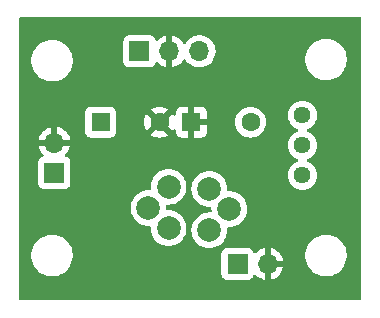
<source format=gbr>
G04 #@! TF.GenerationSoftware,KiCad,Pcbnew,(6.0.4)*
G04 #@! TF.CreationDate,2022-04-19T23:10:38+02:00*
G04 #@! TF.ProjectId,Wt_rnik_oscyloskopowy_JFET,5774f372-6e69-46b5-9f6f-7363796c6f73,rev?*
G04 #@! TF.SameCoordinates,Original*
G04 #@! TF.FileFunction,Copper,L1,Top*
G04 #@! TF.FilePolarity,Positive*
%FSLAX46Y46*%
G04 Gerber Fmt 4.6, Leading zero omitted, Abs format (unit mm)*
G04 Created by KiCad (PCBNEW (6.0.4)) date 2022-04-19 23:10:38*
%MOMM*%
%LPD*%
G01*
G04 APERTURE LIST*
G04 #@! TA.AperFunction,ComponentPad*
%ADD10R,1.700000X1.700000*%
G04 #@! TD*
G04 #@! TA.AperFunction,ComponentPad*
%ADD11O,1.700000X1.700000*%
G04 #@! TD*
G04 #@! TA.AperFunction,ComponentPad*
%ADD12C,1.440000*%
G04 #@! TD*
G04 #@! TA.AperFunction,ComponentPad*
%ADD13R,1.600000X1.600000*%
G04 #@! TD*
G04 #@! TA.AperFunction,ComponentPad*
%ADD14C,1.600000*%
G04 #@! TD*
G04 #@! TA.AperFunction,ComponentPad*
%ADD15C,2.000000*%
G04 #@! TD*
G04 APERTURE END LIST*
D10*
G04 #@! TO.P,J1,1,Pin_1*
G04 #@! TO.N,+15V*
X110600000Y-72400000D03*
D11*
G04 #@! TO.P,J1,2,Pin_2*
G04 #@! TO.N,GND*
X113140000Y-72400000D03*
G04 #@! TO.P,J1,3,Pin_3*
G04 #@! TO.N,-15V*
X115680000Y-72400000D03*
G04 #@! TD*
D12*
G04 #@! TO.P,RV1,1,1*
G04 #@! TO.N,Net-(R3-Pad2)*
X124400000Y-82900000D03*
G04 #@! TO.P,RV1,2,2*
G04 #@! TO.N,-15V*
X124400000Y-80360000D03*
G04 #@! TO.P,RV1,3,3*
X124400000Y-77820000D03*
G04 #@! TD*
D13*
G04 #@! TO.P,C4,1*
G04 #@! TO.N,GND*
X115000000Y-78400000D03*
D14*
G04 #@! TO.P,C4,2*
G04 #@! TO.N,-15V*
X120000000Y-78400000D03*
G04 #@! TD*
D13*
G04 #@! TO.P,C1,1*
G04 #@! TO.N,+15V*
X107300000Y-78400000D03*
D14*
G04 #@! TO.P,C1,2*
G04 #@! TO.N,GND*
X112300000Y-78400000D03*
G04 #@! TD*
D15*
G04 #@! TO.P,Q1,1,G*
G04 #@! TO.N,Net-(J2-Pad1)*
X113060000Y-87370000D03*
G04 #@! TO.P,Q1,2,S*
G04 #@! TO.N,Net-(Q1-Pad2)*
X111360000Y-85670000D03*
G04 #@! TO.P,Q1,3,D*
G04 #@! TO.N,+15V*
X113060000Y-83870000D03*
G04 #@! TD*
D10*
G04 #@! TO.P,J2,1,Pin_1*
G04 #@! TO.N,Net-(J2-Pad1)*
X103400000Y-82675000D03*
D11*
G04 #@! TO.P,J2,2,Pin_2*
G04 #@! TO.N,GND*
X103400000Y-80135000D03*
G04 #@! TD*
D15*
G04 #@! TO.P,Q2,1,G*
G04 #@! TO.N,-15V*
X116500000Y-84050000D03*
G04 #@! TO.P,Q2,2,S*
G04 #@! TO.N,Net-(Q2-Pad2)*
X118200000Y-85750000D03*
G04 #@! TO.P,Q2,3,D*
G04 #@! TO.N,Net-(J3-Pad1)*
X116500000Y-87550000D03*
G04 #@! TD*
D10*
G04 #@! TO.P,J3,1,Pin_1*
G04 #@! TO.N,Net-(J3-Pad1)*
X118900000Y-90400000D03*
D11*
G04 #@! TO.P,J3,2,Pin_2*
G04 #@! TO.N,GND*
X121440000Y-90400000D03*
G04 #@! TD*
G04 #@! TA.AperFunction,Conductor*
G04 #@! TO.N,GND*
G36*
X129333621Y-69528502D02*
G01*
X129380114Y-69582158D01*
X129391500Y-69634500D01*
X129391500Y-93365500D01*
X129371498Y-93433621D01*
X129317842Y-93480114D01*
X129265500Y-93491500D01*
X100534500Y-93491500D01*
X100466379Y-93471498D01*
X100419886Y-93417842D01*
X100408500Y-93365500D01*
X100408500Y-89807655D01*
X101439858Y-89807655D01*
X101475104Y-90066638D01*
X101476412Y-90071124D01*
X101476412Y-90071126D01*
X101492956Y-90127885D01*
X101548243Y-90317567D01*
X101657668Y-90554928D01*
X101660231Y-90558837D01*
X101798410Y-90769596D01*
X101798414Y-90769601D01*
X101800976Y-90773509D01*
X101975018Y-90968506D01*
X102175970Y-91135637D01*
X102179973Y-91138066D01*
X102395422Y-91268804D01*
X102395426Y-91268806D01*
X102399419Y-91271229D01*
X102640455Y-91372303D01*
X102893783Y-91436641D01*
X102898434Y-91437109D01*
X102898438Y-91437110D01*
X103091308Y-91456531D01*
X103110867Y-91458500D01*
X103266354Y-91458500D01*
X103268679Y-91458327D01*
X103268685Y-91458327D01*
X103456000Y-91444407D01*
X103456004Y-91444406D01*
X103460652Y-91444061D01*
X103465200Y-91443032D01*
X103465206Y-91443031D01*
X103651601Y-91400853D01*
X103715577Y-91386377D01*
X103751769Y-91372303D01*
X103942496Y-91298134D01*
X117541500Y-91298134D01*
X117548255Y-91360316D01*
X117599385Y-91496705D01*
X117686739Y-91613261D01*
X117803295Y-91700615D01*
X117939684Y-91751745D01*
X118001866Y-91758500D01*
X119798134Y-91758500D01*
X119860316Y-91751745D01*
X119996705Y-91700615D01*
X120113261Y-91613261D01*
X120200615Y-91496705D01*
X120206172Y-91481883D01*
X120244798Y-91378848D01*
X120287440Y-91322084D01*
X120354001Y-91297384D01*
X120423350Y-91312592D01*
X120458017Y-91340580D01*
X120483218Y-91369673D01*
X120490580Y-91376883D01*
X120654434Y-91512916D01*
X120662881Y-91518831D01*
X120846756Y-91626279D01*
X120856042Y-91630729D01*
X121055001Y-91706703D01*
X121064899Y-91709579D01*
X121168250Y-91730606D01*
X121182299Y-91729410D01*
X121186000Y-91719065D01*
X121186000Y-91718517D01*
X121694000Y-91718517D01*
X121698064Y-91732359D01*
X121711478Y-91734393D01*
X121718184Y-91733534D01*
X121728262Y-91731392D01*
X121932255Y-91670191D01*
X121941842Y-91666433D01*
X122133095Y-91572739D01*
X122141945Y-91567464D01*
X122315328Y-91443792D01*
X122323200Y-91437139D01*
X122474052Y-91286812D01*
X122480730Y-91278965D01*
X122605003Y-91106020D01*
X122610313Y-91097183D01*
X122704670Y-90906267D01*
X122708469Y-90896672D01*
X122770377Y-90692910D01*
X122772555Y-90682837D01*
X122773986Y-90671962D01*
X122771775Y-90657778D01*
X122758617Y-90654000D01*
X121712115Y-90654000D01*
X121696876Y-90658475D01*
X121695671Y-90659865D01*
X121694000Y-90667548D01*
X121694000Y-91718517D01*
X121186000Y-91718517D01*
X121186000Y-90127885D01*
X121694000Y-90127885D01*
X121698475Y-90143124D01*
X121699865Y-90144329D01*
X121707548Y-90146000D01*
X122758344Y-90146000D01*
X122771875Y-90142027D01*
X122773180Y-90132947D01*
X122731214Y-89965875D01*
X122727894Y-89956124D01*
X122663339Y-89807655D01*
X124639858Y-89807655D01*
X124675104Y-90066638D01*
X124676412Y-90071124D01*
X124676412Y-90071126D01*
X124692956Y-90127885D01*
X124748243Y-90317567D01*
X124857668Y-90554928D01*
X124860231Y-90558837D01*
X124998410Y-90769596D01*
X124998414Y-90769601D01*
X125000976Y-90773509D01*
X125175018Y-90968506D01*
X125375970Y-91135637D01*
X125379973Y-91138066D01*
X125595422Y-91268804D01*
X125595426Y-91268806D01*
X125599419Y-91271229D01*
X125840455Y-91372303D01*
X126093783Y-91436641D01*
X126098434Y-91437109D01*
X126098438Y-91437110D01*
X126291308Y-91456531D01*
X126310867Y-91458500D01*
X126466354Y-91458500D01*
X126468679Y-91458327D01*
X126468685Y-91458327D01*
X126656000Y-91444407D01*
X126656004Y-91444406D01*
X126660652Y-91444061D01*
X126665200Y-91443032D01*
X126665206Y-91443031D01*
X126851601Y-91400853D01*
X126915577Y-91386377D01*
X126951769Y-91372303D01*
X127154824Y-91293340D01*
X127154827Y-91293339D01*
X127159177Y-91291647D01*
X127167637Y-91286812D01*
X127243196Y-91243626D01*
X127386098Y-91161951D01*
X127591357Y-91000138D01*
X127770443Y-90809763D01*
X127919424Y-90595009D01*
X128035025Y-90360593D01*
X128114707Y-90111665D01*
X128156721Y-89853693D01*
X128160142Y-89592345D01*
X128124896Y-89333362D01*
X128110473Y-89283877D01*
X128053068Y-89086932D01*
X128051757Y-89082433D01*
X128046225Y-89070432D01*
X127967716Y-88900135D01*
X127942332Y-88845072D01*
X127860420Y-88720135D01*
X127801590Y-88630404D01*
X127801586Y-88630399D01*
X127799024Y-88626491D01*
X127624982Y-88431494D01*
X127424030Y-88264363D01*
X127371338Y-88232389D01*
X127204578Y-88131196D01*
X127204574Y-88131194D01*
X127200581Y-88128771D01*
X126959545Y-88027697D01*
X126706217Y-87963359D01*
X126701566Y-87962891D01*
X126701562Y-87962890D01*
X126492271Y-87941816D01*
X126489133Y-87941500D01*
X126333646Y-87941500D01*
X126331321Y-87941673D01*
X126331315Y-87941673D01*
X126144000Y-87955593D01*
X126143996Y-87955594D01*
X126139348Y-87955939D01*
X126134800Y-87956968D01*
X126134794Y-87956969D01*
X125948399Y-87999147D01*
X125884423Y-88013623D01*
X125880071Y-88015315D01*
X125880069Y-88015316D01*
X125645176Y-88106660D01*
X125645173Y-88106661D01*
X125640823Y-88108353D01*
X125413902Y-88238049D01*
X125208643Y-88399862D01*
X125029557Y-88590237D01*
X124880576Y-88804991D01*
X124878510Y-88809181D01*
X124878508Y-88809184D01*
X124789212Y-88990260D01*
X124764975Y-89039407D01*
X124763553Y-89043850D01*
X124763552Y-89043852D01*
X124753245Y-89076051D01*
X124685293Y-89288335D01*
X124643279Y-89546307D01*
X124639858Y-89807655D01*
X122663339Y-89807655D01*
X122642972Y-89760814D01*
X122638105Y-89751739D01*
X122522426Y-89572926D01*
X122516136Y-89564757D01*
X122372806Y-89407240D01*
X122365273Y-89400215D01*
X122198139Y-89268222D01*
X122189552Y-89262517D01*
X122003117Y-89159599D01*
X121993705Y-89155369D01*
X121792959Y-89084280D01*
X121782988Y-89081646D01*
X121711837Y-89068972D01*
X121698540Y-89070432D01*
X121694000Y-89084989D01*
X121694000Y-90127885D01*
X121186000Y-90127885D01*
X121186000Y-89083102D01*
X121182082Y-89069758D01*
X121167806Y-89067771D01*
X121129324Y-89073660D01*
X121119288Y-89076051D01*
X120916868Y-89142212D01*
X120907359Y-89146209D01*
X120718463Y-89244542D01*
X120709738Y-89250036D01*
X120539433Y-89377905D01*
X120531726Y-89384748D01*
X120454478Y-89465584D01*
X120392954Y-89501014D01*
X120322042Y-89497557D01*
X120264255Y-89456311D01*
X120245402Y-89422763D01*
X120203767Y-89311703D01*
X120200615Y-89303295D01*
X120113261Y-89186739D01*
X119996705Y-89099385D01*
X119860316Y-89048255D01*
X119798134Y-89041500D01*
X118001866Y-89041500D01*
X117939684Y-89048255D01*
X117803295Y-89099385D01*
X117686739Y-89186739D01*
X117599385Y-89303295D01*
X117548255Y-89439684D01*
X117541500Y-89501866D01*
X117541500Y-91298134D01*
X103942496Y-91298134D01*
X103954824Y-91293340D01*
X103954827Y-91293339D01*
X103959177Y-91291647D01*
X103967637Y-91286812D01*
X104043196Y-91243626D01*
X104186098Y-91161951D01*
X104391357Y-91000138D01*
X104570443Y-90809763D01*
X104719424Y-90595009D01*
X104835025Y-90360593D01*
X104914707Y-90111665D01*
X104956721Y-89853693D01*
X104960142Y-89592345D01*
X104924896Y-89333362D01*
X104910473Y-89283877D01*
X104853068Y-89086932D01*
X104851757Y-89082433D01*
X104846225Y-89070432D01*
X104767716Y-88900135D01*
X104742332Y-88845072D01*
X104660420Y-88720135D01*
X104601590Y-88630404D01*
X104601586Y-88630399D01*
X104599024Y-88626491D01*
X104424982Y-88431494D01*
X104224030Y-88264363D01*
X104171338Y-88232389D01*
X104004578Y-88131196D01*
X104004574Y-88131194D01*
X104000581Y-88128771D01*
X103759545Y-88027697D01*
X103506217Y-87963359D01*
X103501566Y-87962891D01*
X103501562Y-87962890D01*
X103292271Y-87941816D01*
X103289133Y-87941500D01*
X103133646Y-87941500D01*
X103131321Y-87941673D01*
X103131315Y-87941673D01*
X102944000Y-87955593D01*
X102943996Y-87955594D01*
X102939348Y-87955939D01*
X102934800Y-87956968D01*
X102934794Y-87956969D01*
X102748399Y-87999147D01*
X102684423Y-88013623D01*
X102680071Y-88015315D01*
X102680069Y-88015316D01*
X102445176Y-88106660D01*
X102445173Y-88106661D01*
X102440823Y-88108353D01*
X102213902Y-88238049D01*
X102008643Y-88399862D01*
X101829557Y-88590237D01*
X101680576Y-88804991D01*
X101678510Y-88809181D01*
X101678508Y-88809184D01*
X101589212Y-88990260D01*
X101564975Y-89039407D01*
X101563553Y-89043850D01*
X101563552Y-89043852D01*
X101553245Y-89076051D01*
X101485293Y-89288335D01*
X101443279Y-89546307D01*
X101439858Y-89807655D01*
X100408500Y-89807655D01*
X100408500Y-85670000D01*
X109846835Y-85670000D01*
X109865465Y-85906711D01*
X109866619Y-85911518D01*
X109866620Y-85911524D01*
X109900894Y-86054283D01*
X109920895Y-86137594D01*
X109922788Y-86142165D01*
X109922789Y-86142167D01*
X109952039Y-86212782D01*
X110011760Y-86356963D01*
X110014346Y-86361183D01*
X110133241Y-86555202D01*
X110133245Y-86555208D01*
X110135824Y-86559416D01*
X110290031Y-86739969D01*
X110470584Y-86894176D01*
X110474792Y-86896755D01*
X110474798Y-86896759D01*
X110668817Y-87015654D01*
X110673037Y-87018240D01*
X110677607Y-87020133D01*
X110677611Y-87020135D01*
X110859932Y-87095654D01*
X110892406Y-87109105D01*
X110972609Y-87128360D01*
X111118476Y-87163380D01*
X111118482Y-87163381D01*
X111123289Y-87164535D01*
X111360000Y-87183165D01*
X111364930Y-87182777D01*
X111364941Y-87182777D01*
X111415722Y-87178780D01*
X111485202Y-87193375D01*
X111535762Y-87243217D01*
X111551220Y-87314278D01*
X111547223Y-87365059D01*
X111547223Y-87365070D01*
X111546835Y-87370000D01*
X111565465Y-87606711D01*
X111620895Y-87837594D01*
X111622788Y-87842165D01*
X111622789Y-87842167D01*
X111699638Y-88027697D01*
X111711760Y-88056963D01*
X111714346Y-88061183D01*
X111833241Y-88255202D01*
X111833245Y-88255208D01*
X111835824Y-88259416D01*
X111990031Y-88439969D01*
X112170584Y-88594176D01*
X112174792Y-88596755D01*
X112174798Y-88596759D01*
X112229702Y-88630404D01*
X112373037Y-88718240D01*
X112377607Y-88720133D01*
X112377611Y-88720135D01*
X112587833Y-88807211D01*
X112592406Y-88809105D01*
X112672609Y-88828360D01*
X112818476Y-88863380D01*
X112818482Y-88863381D01*
X112823289Y-88864535D01*
X113060000Y-88883165D01*
X113296711Y-88864535D01*
X113301518Y-88863381D01*
X113301524Y-88863380D01*
X113447391Y-88828360D01*
X113527594Y-88809105D01*
X113532167Y-88807211D01*
X113742389Y-88720135D01*
X113742393Y-88720133D01*
X113746963Y-88718240D01*
X113890298Y-88630404D01*
X113945202Y-88596759D01*
X113945208Y-88596755D01*
X113949416Y-88594176D01*
X114129969Y-88439969D01*
X114284176Y-88259416D01*
X114286755Y-88255208D01*
X114286759Y-88255202D01*
X114405654Y-88061183D01*
X114408240Y-88056963D01*
X114420363Y-88027697D01*
X114497211Y-87842167D01*
X114497212Y-87842165D01*
X114499105Y-87837594D01*
X114554535Y-87606711D01*
X114558998Y-87550000D01*
X114986835Y-87550000D01*
X115005465Y-87786711D01*
X115006619Y-87791518D01*
X115006620Y-87791524D01*
X115041640Y-87937391D01*
X115060895Y-88017594D01*
X115062788Y-88022165D01*
X115062789Y-88022167D01*
X115106946Y-88128771D01*
X115151760Y-88236963D01*
X115154346Y-88241183D01*
X115273241Y-88435202D01*
X115273245Y-88435208D01*
X115275824Y-88439416D01*
X115430031Y-88619969D01*
X115610584Y-88774176D01*
X115614792Y-88776755D01*
X115614798Y-88776759D01*
X115758669Y-88864923D01*
X115813037Y-88898240D01*
X115817607Y-88900133D01*
X115817611Y-88900135D01*
X116027833Y-88987211D01*
X116032406Y-88989105D01*
X116112609Y-89008360D01*
X116258476Y-89043380D01*
X116258482Y-89043381D01*
X116263289Y-89044535D01*
X116500000Y-89063165D01*
X116736711Y-89044535D01*
X116741518Y-89043381D01*
X116741524Y-89043380D01*
X116887391Y-89008360D01*
X116967594Y-88989105D01*
X116972167Y-88987211D01*
X117182389Y-88900135D01*
X117182393Y-88900133D01*
X117186963Y-88898240D01*
X117241331Y-88864923D01*
X117385202Y-88776759D01*
X117385208Y-88776755D01*
X117389416Y-88774176D01*
X117569969Y-88619969D01*
X117724176Y-88439416D01*
X117726755Y-88435208D01*
X117726759Y-88435202D01*
X117845654Y-88241183D01*
X117848240Y-88236963D01*
X117893055Y-88128771D01*
X117937211Y-88022167D01*
X117937212Y-88022165D01*
X117939105Y-88017594D01*
X117958360Y-87937391D01*
X117993380Y-87791524D01*
X117993381Y-87791518D01*
X117994535Y-87786711D01*
X118013165Y-87550000D01*
X118000860Y-87393654D01*
X118015456Y-87324174D01*
X118065298Y-87273615D01*
X118136358Y-87258156D01*
X118200000Y-87263165D01*
X118436711Y-87244535D01*
X118441518Y-87243381D01*
X118441524Y-87243380D01*
X118587391Y-87208360D01*
X118667594Y-87189105D01*
X118681935Y-87183165D01*
X118882389Y-87100135D01*
X118882393Y-87100133D01*
X118886963Y-87098240D01*
X118920264Y-87077833D01*
X119085202Y-86976759D01*
X119085208Y-86976755D01*
X119089416Y-86974176D01*
X119269969Y-86819969D01*
X119424176Y-86639416D01*
X119426755Y-86635208D01*
X119426759Y-86635202D01*
X119545654Y-86441183D01*
X119548240Y-86436963D01*
X119583272Y-86352389D01*
X119637211Y-86222167D01*
X119637212Y-86222165D01*
X119639105Y-86217594D01*
X119664721Y-86110895D01*
X119693380Y-85991524D01*
X119693381Y-85991518D01*
X119694535Y-85986711D01*
X119713165Y-85750000D01*
X119694535Y-85513289D01*
X119689007Y-85490260D01*
X119640260Y-85287218D01*
X119639105Y-85282406D01*
X119611456Y-85215654D01*
X119550135Y-85067611D01*
X119550133Y-85067607D01*
X119548240Y-85063037D01*
X119496630Y-84978817D01*
X119426759Y-84864798D01*
X119426755Y-84864792D01*
X119424176Y-84860584D01*
X119269969Y-84680031D01*
X119089416Y-84525824D01*
X119085208Y-84523245D01*
X119085202Y-84523241D01*
X118891183Y-84404346D01*
X118886963Y-84401760D01*
X118882393Y-84399867D01*
X118882389Y-84399865D01*
X118672167Y-84312789D01*
X118672165Y-84312788D01*
X118667594Y-84310895D01*
X118546309Y-84281777D01*
X118441524Y-84256620D01*
X118441518Y-84256619D01*
X118436711Y-84255465D01*
X118200000Y-84236835D01*
X118195070Y-84237223D01*
X118195059Y-84237223D01*
X118144278Y-84241220D01*
X118074798Y-84226625D01*
X118024238Y-84176783D01*
X118008780Y-84105722D01*
X118012777Y-84054941D01*
X118012777Y-84054930D01*
X118013165Y-84050000D01*
X117994535Y-83813289D01*
X117939105Y-83582406D01*
X117936672Y-83576531D01*
X117850135Y-83367611D01*
X117850133Y-83367607D01*
X117848240Y-83363037D01*
X117819702Y-83316467D01*
X117726759Y-83164798D01*
X117726755Y-83164792D01*
X117724176Y-83160584D01*
X117569969Y-82980031D01*
X117476265Y-82900000D01*
X123166807Y-82900000D01*
X123185542Y-83114142D01*
X123241178Y-83321777D01*
X123243500Y-83326757D01*
X123243501Y-83326759D01*
X123276644Y-83397833D01*
X123332024Y-83516596D01*
X123455319Y-83692681D01*
X123607319Y-83844681D01*
X123783403Y-83967976D01*
X123788381Y-83970297D01*
X123788384Y-83970299D01*
X123969900Y-84054941D01*
X123978223Y-84058822D01*
X123983531Y-84060244D01*
X123983533Y-84060245D01*
X124180543Y-84113034D01*
X124180545Y-84113034D01*
X124185858Y-84114458D01*
X124400000Y-84133193D01*
X124614142Y-84114458D01*
X124619455Y-84113034D01*
X124619457Y-84113034D01*
X124816467Y-84060245D01*
X124816469Y-84060244D01*
X124821777Y-84058822D01*
X124830100Y-84054941D01*
X125011616Y-83970299D01*
X125011619Y-83970297D01*
X125016597Y-83967976D01*
X125192681Y-83844681D01*
X125344681Y-83692681D01*
X125467976Y-83516596D01*
X125523357Y-83397833D01*
X125556499Y-83326759D01*
X125556500Y-83326757D01*
X125558822Y-83321777D01*
X125614458Y-83114142D01*
X125633193Y-82900000D01*
X125614458Y-82685858D01*
X125558822Y-82478223D01*
X125537636Y-82432789D01*
X125470299Y-82288385D01*
X125470297Y-82288382D01*
X125467976Y-82283404D01*
X125344681Y-82107319D01*
X125192681Y-81955319D01*
X125016597Y-81832024D01*
X125011619Y-81829703D01*
X125011616Y-81829701D01*
X124828247Y-81744195D01*
X124774962Y-81697278D01*
X124755501Y-81629000D01*
X124776043Y-81561041D01*
X124828247Y-81515805D01*
X125011616Y-81430299D01*
X125011619Y-81430297D01*
X125016597Y-81427976D01*
X125192681Y-81304681D01*
X125344681Y-81152681D01*
X125467976Y-80976596D01*
X125531197Y-80841020D01*
X125556499Y-80786759D01*
X125556500Y-80786757D01*
X125558822Y-80781777D01*
X125614458Y-80574142D01*
X125633193Y-80360000D01*
X125614458Y-80145858D01*
X125558822Y-79938223D01*
X125556499Y-79933241D01*
X125470299Y-79748385D01*
X125470297Y-79748382D01*
X125467976Y-79743404D01*
X125344681Y-79567319D01*
X125192681Y-79415319D01*
X125016597Y-79292024D01*
X125011619Y-79289703D01*
X125011616Y-79289701D01*
X124828247Y-79204195D01*
X124774962Y-79157278D01*
X124755501Y-79089000D01*
X124776043Y-79021041D01*
X124828247Y-78975805D01*
X125011616Y-78890299D01*
X125011619Y-78890297D01*
X125016597Y-78887976D01*
X125192681Y-78764681D01*
X125344681Y-78612681D01*
X125467976Y-78436596D01*
X125483659Y-78402965D01*
X125556499Y-78246759D01*
X125556500Y-78246757D01*
X125558822Y-78241777D01*
X125589340Y-78127885D01*
X125613034Y-78039457D01*
X125613034Y-78039455D01*
X125614458Y-78034142D01*
X125633193Y-77820000D01*
X125614458Y-77605858D01*
X125600919Y-77555331D01*
X125560245Y-77403533D01*
X125560244Y-77403531D01*
X125558822Y-77398223D01*
X125556499Y-77393241D01*
X125470299Y-77208385D01*
X125470297Y-77208382D01*
X125467976Y-77203404D01*
X125344681Y-77027319D01*
X125192681Y-76875319D01*
X125016597Y-76752024D01*
X125011619Y-76749703D01*
X125011616Y-76749701D01*
X124826759Y-76663501D01*
X124826758Y-76663500D01*
X124821777Y-76661178D01*
X124816469Y-76659756D01*
X124816467Y-76659755D01*
X124619457Y-76606966D01*
X124619455Y-76606966D01*
X124614142Y-76605542D01*
X124400000Y-76586807D01*
X124185858Y-76605542D01*
X124180545Y-76606966D01*
X124180543Y-76606966D01*
X123983533Y-76659755D01*
X123983531Y-76659756D01*
X123978223Y-76661178D01*
X123973243Y-76663500D01*
X123973241Y-76663501D01*
X123788385Y-76749701D01*
X123788382Y-76749703D01*
X123783404Y-76752024D01*
X123607319Y-76875319D01*
X123455319Y-77027319D01*
X123332024Y-77203404D01*
X123329703Y-77208382D01*
X123329701Y-77208385D01*
X123243501Y-77393241D01*
X123241178Y-77398223D01*
X123239756Y-77403531D01*
X123239755Y-77403533D01*
X123199081Y-77555331D01*
X123185542Y-77605858D01*
X123166807Y-77820000D01*
X123185542Y-78034142D01*
X123186966Y-78039455D01*
X123186966Y-78039457D01*
X123210661Y-78127885D01*
X123241178Y-78241777D01*
X123243500Y-78246757D01*
X123243501Y-78246759D01*
X123316342Y-78402965D01*
X123332024Y-78436596D01*
X123455319Y-78612681D01*
X123607319Y-78764681D01*
X123783403Y-78887976D01*
X123788381Y-78890297D01*
X123788384Y-78890299D01*
X123971753Y-78975805D01*
X124025038Y-79022722D01*
X124044499Y-79091000D01*
X124023957Y-79158959D01*
X123971753Y-79204195D01*
X123788385Y-79289701D01*
X123788382Y-79289703D01*
X123783404Y-79292024D01*
X123607319Y-79415319D01*
X123455319Y-79567319D01*
X123332024Y-79743404D01*
X123329703Y-79748382D01*
X123329701Y-79748385D01*
X123243501Y-79933241D01*
X123241178Y-79938223D01*
X123185542Y-80145858D01*
X123166807Y-80360000D01*
X123185542Y-80574142D01*
X123241178Y-80781777D01*
X123243500Y-80786757D01*
X123243501Y-80786759D01*
X123268804Y-80841020D01*
X123332024Y-80976596D01*
X123455319Y-81152681D01*
X123607319Y-81304681D01*
X123783403Y-81427976D01*
X123788381Y-81430297D01*
X123788384Y-81430299D01*
X123971753Y-81515805D01*
X124025038Y-81562722D01*
X124044499Y-81631000D01*
X124023957Y-81698959D01*
X123971753Y-81744195D01*
X123788385Y-81829701D01*
X123788382Y-81829703D01*
X123783404Y-81832024D01*
X123607319Y-81955319D01*
X123455319Y-82107319D01*
X123332024Y-82283404D01*
X123329703Y-82288382D01*
X123329701Y-82288385D01*
X123262364Y-82432789D01*
X123241178Y-82478223D01*
X123185542Y-82685858D01*
X123166807Y-82900000D01*
X117476265Y-82900000D01*
X117389416Y-82825824D01*
X117385208Y-82823245D01*
X117385202Y-82823241D01*
X117191183Y-82704346D01*
X117186963Y-82701760D01*
X117182393Y-82699867D01*
X117182389Y-82699865D01*
X116972167Y-82612789D01*
X116972165Y-82612788D01*
X116967594Y-82610895D01*
X116887391Y-82591640D01*
X116741524Y-82556620D01*
X116741518Y-82556619D01*
X116736711Y-82555465D01*
X116500000Y-82536835D01*
X116263289Y-82555465D01*
X116258482Y-82556619D01*
X116258476Y-82556620D01*
X116112609Y-82591640D01*
X116032406Y-82610895D01*
X116027835Y-82612788D01*
X116027833Y-82612789D01*
X115817611Y-82699865D01*
X115817607Y-82699867D01*
X115813037Y-82701760D01*
X115808817Y-82704346D01*
X115614798Y-82823241D01*
X115614792Y-82823245D01*
X115610584Y-82825824D01*
X115430031Y-82980031D01*
X115275824Y-83160584D01*
X115273245Y-83164792D01*
X115273241Y-83164798D01*
X115180298Y-83316467D01*
X115151760Y-83363037D01*
X115149867Y-83367607D01*
X115149865Y-83367611D01*
X115063328Y-83576531D01*
X115060895Y-83582406D01*
X115005465Y-83813289D01*
X114986835Y-84050000D01*
X115005465Y-84286711D01*
X115006619Y-84291518D01*
X115006620Y-84291524D01*
X115041640Y-84437391D01*
X115060895Y-84517594D01*
X115062788Y-84522165D01*
X115062789Y-84522167D01*
X115093713Y-84596823D01*
X115151760Y-84736963D01*
X115154346Y-84741183D01*
X115273241Y-84935202D01*
X115273245Y-84935208D01*
X115275824Y-84939416D01*
X115430031Y-85119969D01*
X115610584Y-85274176D01*
X115614792Y-85276755D01*
X115614798Y-85276759D01*
X115780263Y-85378156D01*
X115813037Y-85398240D01*
X115817607Y-85400133D01*
X115817611Y-85400135D01*
X115923932Y-85444174D01*
X116032406Y-85489105D01*
X116112609Y-85508360D01*
X116258476Y-85543380D01*
X116258482Y-85543381D01*
X116263289Y-85544535D01*
X116500000Y-85563165D01*
X116504930Y-85562777D01*
X116504941Y-85562777D01*
X116555722Y-85558780D01*
X116625202Y-85573375D01*
X116675762Y-85623217D01*
X116691220Y-85694278D01*
X116687223Y-85745059D01*
X116687223Y-85745070D01*
X116686835Y-85750000D01*
X116687223Y-85754930D01*
X116699140Y-85906346D01*
X116684544Y-85975826D01*
X116634702Y-86026385D01*
X116563642Y-86041844D01*
X116504930Y-86037223D01*
X116500000Y-86036835D01*
X116263289Y-86055465D01*
X116258482Y-86056619D01*
X116258476Y-86056620D01*
X116112609Y-86091640D01*
X116032406Y-86110895D01*
X116027835Y-86112788D01*
X116027833Y-86112789D01*
X115817611Y-86199865D01*
X115817607Y-86199867D01*
X115813037Y-86201760D01*
X115808817Y-86204346D01*
X115614798Y-86323241D01*
X115614792Y-86323245D01*
X115610584Y-86325824D01*
X115430031Y-86480031D01*
X115275824Y-86660584D01*
X115273245Y-86664792D01*
X115273241Y-86664798D01*
X115180454Y-86816213D01*
X115151760Y-86863037D01*
X115149867Y-86867607D01*
X115149865Y-86867611D01*
X115107055Y-86970965D01*
X115060895Y-87082406D01*
X115057094Y-87098240D01*
X115014990Y-87273615D01*
X115005465Y-87313289D01*
X114986835Y-87550000D01*
X114558998Y-87550000D01*
X114573165Y-87370000D01*
X114554535Y-87133289D01*
X114549007Y-87110260D01*
X114516335Y-86974176D01*
X114499105Y-86902406D01*
X114481050Y-86858817D01*
X114410135Y-86687611D01*
X114410133Y-86687607D01*
X114408240Y-86683037D01*
X114392177Y-86656825D01*
X114286759Y-86484798D01*
X114286755Y-86484792D01*
X114284176Y-86480584D01*
X114129969Y-86300031D01*
X113949416Y-86145824D01*
X113945208Y-86143245D01*
X113945202Y-86143241D01*
X113751183Y-86024346D01*
X113746963Y-86021760D01*
X113742393Y-86019867D01*
X113742389Y-86019865D01*
X113532167Y-85932789D01*
X113532165Y-85932788D01*
X113527594Y-85930895D01*
X113406309Y-85901777D01*
X113301524Y-85876620D01*
X113301518Y-85876619D01*
X113296711Y-85875465D01*
X113060000Y-85856835D01*
X113055070Y-85857223D01*
X113055059Y-85857223D01*
X113004278Y-85861220D01*
X112934798Y-85846625D01*
X112884238Y-85796783D01*
X112868780Y-85725722D01*
X112872777Y-85674941D01*
X112872777Y-85674930D01*
X112873165Y-85670000D01*
X112860860Y-85513654D01*
X112875456Y-85444174D01*
X112925298Y-85393615D01*
X112996358Y-85378156D01*
X113060000Y-85383165D01*
X113296711Y-85364535D01*
X113301518Y-85363381D01*
X113301524Y-85363380D01*
X113447391Y-85328360D01*
X113527594Y-85309105D01*
X113532167Y-85307211D01*
X113742389Y-85220135D01*
X113742393Y-85220133D01*
X113746963Y-85218240D01*
X113780264Y-85197833D01*
X113945202Y-85096759D01*
X113945208Y-85096755D01*
X113949416Y-85094176D01*
X114129969Y-84939969D01*
X114284176Y-84759416D01*
X114286755Y-84755208D01*
X114286759Y-84755202D01*
X114405654Y-84561183D01*
X114408240Y-84556963D01*
X114426541Y-84512782D01*
X114497211Y-84342167D01*
X114497212Y-84342165D01*
X114499105Y-84337594D01*
X114524721Y-84230895D01*
X114553380Y-84111524D01*
X114553381Y-84111518D01*
X114554535Y-84106711D01*
X114573165Y-83870000D01*
X114554535Y-83633289D01*
X114543475Y-83587218D01*
X114500260Y-83407218D01*
X114499105Y-83402406D01*
X114408240Y-83183037D01*
X114362663Y-83108662D01*
X114286759Y-82984798D01*
X114286755Y-82984792D01*
X114284176Y-82980584D01*
X114129969Y-82800031D01*
X113949416Y-82645824D01*
X113945208Y-82643245D01*
X113945202Y-82643241D01*
X113751183Y-82524346D01*
X113746963Y-82521760D01*
X113742393Y-82519867D01*
X113742389Y-82519865D01*
X113532167Y-82432789D01*
X113532165Y-82432788D01*
X113527594Y-82430895D01*
X113447391Y-82411640D01*
X113301524Y-82376620D01*
X113301518Y-82376619D01*
X113296711Y-82375465D01*
X113060000Y-82356835D01*
X112823289Y-82375465D01*
X112818482Y-82376619D01*
X112818476Y-82376620D01*
X112672609Y-82411640D01*
X112592406Y-82430895D01*
X112587835Y-82432788D01*
X112587833Y-82432789D01*
X112377611Y-82519865D01*
X112377607Y-82519867D01*
X112373037Y-82521760D01*
X112368817Y-82524346D01*
X112174798Y-82643241D01*
X112174792Y-82643245D01*
X112170584Y-82645824D01*
X111990031Y-82800031D01*
X111835824Y-82980584D01*
X111833245Y-82984792D01*
X111833241Y-82984798D01*
X111757337Y-83108662D01*
X111711760Y-83183037D01*
X111620895Y-83402406D01*
X111619740Y-83407218D01*
X111576526Y-83587218D01*
X111565465Y-83633289D01*
X111546835Y-83870000D01*
X111547223Y-83874930D01*
X111559140Y-84026346D01*
X111544544Y-84095826D01*
X111494702Y-84146385D01*
X111423642Y-84161844D01*
X111364930Y-84157223D01*
X111360000Y-84156835D01*
X111123289Y-84175465D01*
X111118482Y-84176619D01*
X111118476Y-84176620D01*
X110972609Y-84211640D01*
X110892406Y-84230895D01*
X110887835Y-84232788D01*
X110887833Y-84232789D01*
X110677611Y-84319865D01*
X110677607Y-84319867D01*
X110673037Y-84321760D01*
X110668817Y-84324346D01*
X110474798Y-84443241D01*
X110474792Y-84443245D01*
X110470584Y-84445824D01*
X110290031Y-84600031D01*
X110135824Y-84780584D01*
X110133245Y-84784792D01*
X110133241Y-84784798D01*
X110036186Y-84943177D01*
X110011760Y-84983037D01*
X110009867Y-84987607D01*
X110009865Y-84987611D01*
X109922789Y-85197833D01*
X109920895Y-85202406D01*
X109903665Y-85274176D01*
X109873425Y-85400135D01*
X109865465Y-85433289D01*
X109846835Y-85670000D01*
X100408500Y-85670000D01*
X100408500Y-83573134D01*
X102041500Y-83573134D01*
X102048255Y-83635316D01*
X102099385Y-83771705D01*
X102186739Y-83888261D01*
X102303295Y-83975615D01*
X102439684Y-84026745D01*
X102501866Y-84033500D01*
X104298134Y-84033500D01*
X104360316Y-84026745D01*
X104496705Y-83975615D01*
X104613261Y-83888261D01*
X104700615Y-83771705D01*
X104751745Y-83635316D01*
X104758500Y-83573134D01*
X104758500Y-81776866D01*
X104751745Y-81714684D01*
X104700615Y-81578295D01*
X104613261Y-81461739D01*
X104496705Y-81374385D01*
X104377687Y-81329767D01*
X104320923Y-81287125D01*
X104296223Y-81220564D01*
X104311430Y-81151215D01*
X104332977Y-81122535D01*
X104434052Y-81021812D01*
X104440730Y-81013965D01*
X104565003Y-80841020D01*
X104570313Y-80832183D01*
X104664670Y-80641267D01*
X104668469Y-80631672D01*
X104730377Y-80427910D01*
X104732555Y-80417837D01*
X104733986Y-80406962D01*
X104731775Y-80392778D01*
X104718617Y-80389000D01*
X102083225Y-80389000D01*
X102069694Y-80392973D01*
X102068257Y-80402966D01*
X102098565Y-80537446D01*
X102101645Y-80547275D01*
X102181770Y-80744603D01*
X102186413Y-80753794D01*
X102297694Y-80935388D01*
X102303777Y-80943699D01*
X102443213Y-81104667D01*
X102450577Y-81111879D01*
X102455522Y-81115985D01*
X102495156Y-81174889D01*
X102496653Y-81245870D01*
X102459537Y-81306392D01*
X102419264Y-81330910D01*
X102311705Y-81371232D01*
X102311704Y-81371233D01*
X102303295Y-81374385D01*
X102186739Y-81461739D01*
X102099385Y-81578295D01*
X102048255Y-81714684D01*
X102041500Y-81776866D01*
X102041500Y-83573134D01*
X100408500Y-83573134D01*
X100408500Y-79869183D01*
X102064389Y-79869183D01*
X102065912Y-79877607D01*
X102078292Y-79881000D01*
X103127885Y-79881000D01*
X103143124Y-79876525D01*
X103144329Y-79875135D01*
X103146000Y-79867452D01*
X103146000Y-79862885D01*
X103654000Y-79862885D01*
X103658475Y-79878124D01*
X103659865Y-79879329D01*
X103667548Y-79881000D01*
X104718344Y-79881000D01*
X104731875Y-79877027D01*
X104733180Y-79867947D01*
X104691214Y-79700875D01*
X104687894Y-79691124D01*
X104602972Y-79495814D01*
X104598105Y-79486739D01*
X104482426Y-79307926D01*
X104476136Y-79299757D01*
X104429163Y-79248134D01*
X105991500Y-79248134D01*
X105998255Y-79310316D01*
X106049385Y-79446705D01*
X106136739Y-79563261D01*
X106253295Y-79650615D01*
X106389684Y-79701745D01*
X106451866Y-79708500D01*
X108148134Y-79708500D01*
X108210316Y-79701745D01*
X108346705Y-79650615D01*
X108463261Y-79563261D01*
X108521119Y-79486062D01*
X111578493Y-79486062D01*
X111587789Y-79498077D01*
X111638994Y-79533931D01*
X111648489Y-79539414D01*
X111845947Y-79631490D01*
X111856239Y-79635236D01*
X112066688Y-79691625D01*
X112077481Y-79693528D01*
X112294525Y-79712517D01*
X112305475Y-79712517D01*
X112522519Y-79693528D01*
X112533312Y-79691625D01*
X112743761Y-79635236D01*
X112754053Y-79631490D01*
X112951511Y-79539414D01*
X112961006Y-79533931D01*
X113013048Y-79497491D01*
X113021424Y-79487012D01*
X113014356Y-79473566D01*
X112312812Y-78772022D01*
X112298868Y-78764408D01*
X112297035Y-78764539D01*
X112290420Y-78768790D01*
X111584923Y-79474287D01*
X111578493Y-79486062D01*
X108521119Y-79486062D01*
X108550615Y-79446705D01*
X108601745Y-79310316D01*
X108608500Y-79248134D01*
X108608500Y-78405475D01*
X110987483Y-78405475D01*
X111006472Y-78622519D01*
X111008375Y-78633312D01*
X111064764Y-78843761D01*
X111068510Y-78854053D01*
X111160586Y-79051511D01*
X111166069Y-79061006D01*
X111202509Y-79113048D01*
X111212988Y-79121424D01*
X111226434Y-79114356D01*
X111927978Y-78412812D01*
X111934356Y-78401132D01*
X112664408Y-78401132D01*
X112664539Y-78402965D01*
X112668790Y-78409580D01*
X113374287Y-79115077D01*
X113386062Y-79121507D01*
X113398077Y-79112211D01*
X113433931Y-79061006D01*
X113439414Y-79051511D01*
X113451806Y-79024935D01*
X113498723Y-78971650D01*
X113567000Y-78952189D01*
X113634960Y-78972731D01*
X113681026Y-79026753D01*
X113692001Y-79078185D01*
X113692001Y-79244669D01*
X113692371Y-79251490D01*
X113697895Y-79302352D01*
X113701521Y-79317604D01*
X113746676Y-79438054D01*
X113755214Y-79453649D01*
X113831715Y-79555724D01*
X113844276Y-79568285D01*
X113946351Y-79644786D01*
X113961946Y-79653324D01*
X114082394Y-79698478D01*
X114097649Y-79702105D01*
X114148514Y-79707631D01*
X114155328Y-79708000D01*
X114727885Y-79708000D01*
X114743124Y-79703525D01*
X114744329Y-79702135D01*
X114746000Y-79694452D01*
X114746000Y-79689884D01*
X115254000Y-79689884D01*
X115258475Y-79705123D01*
X115259865Y-79706328D01*
X115267548Y-79707999D01*
X115844669Y-79707999D01*
X115851490Y-79707629D01*
X115902352Y-79702105D01*
X115917604Y-79698479D01*
X116038054Y-79653324D01*
X116053649Y-79644786D01*
X116155724Y-79568285D01*
X116168285Y-79555724D01*
X116244786Y-79453649D01*
X116253324Y-79438054D01*
X116298478Y-79317606D01*
X116302105Y-79302351D01*
X116307631Y-79251486D01*
X116308000Y-79244672D01*
X116308000Y-78672115D01*
X116303525Y-78656876D01*
X116302135Y-78655671D01*
X116294452Y-78654000D01*
X115272115Y-78654000D01*
X115256876Y-78658475D01*
X115255671Y-78659865D01*
X115254000Y-78667548D01*
X115254000Y-79689884D01*
X114746000Y-79689884D01*
X114746000Y-78400000D01*
X118686502Y-78400000D01*
X118706457Y-78628087D01*
X118707881Y-78633400D01*
X118707881Y-78633402D01*
X118756982Y-78816646D01*
X118765716Y-78849243D01*
X118768039Y-78854224D01*
X118768039Y-78854225D01*
X118860151Y-79051762D01*
X118860154Y-79051767D01*
X118862477Y-79056749D01*
X118886460Y-79091000D01*
X118963608Y-79201178D01*
X118993802Y-79244300D01*
X119155700Y-79406198D01*
X119160208Y-79409355D01*
X119160211Y-79409357D01*
X119201195Y-79438054D01*
X119343251Y-79537523D01*
X119348233Y-79539846D01*
X119348238Y-79539849D01*
X119544765Y-79631490D01*
X119550757Y-79634284D01*
X119556065Y-79635706D01*
X119556067Y-79635707D01*
X119766598Y-79692119D01*
X119766600Y-79692119D01*
X119771913Y-79693543D01*
X120000000Y-79713498D01*
X120228087Y-79693543D01*
X120233400Y-79692119D01*
X120233402Y-79692119D01*
X120443933Y-79635707D01*
X120443935Y-79635706D01*
X120449243Y-79634284D01*
X120455235Y-79631490D01*
X120651762Y-79539849D01*
X120651767Y-79539846D01*
X120656749Y-79537523D01*
X120798805Y-79438054D01*
X120839789Y-79409357D01*
X120839792Y-79409355D01*
X120844300Y-79406198D01*
X121006198Y-79244300D01*
X121036393Y-79201178D01*
X121113540Y-79091000D01*
X121137523Y-79056749D01*
X121139846Y-79051767D01*
X121139849Y-79051762D01*
X121231961Y-78854225D01*
X121231961Y-78854224D01*
X121234284Y-78849243D01*
X121243019Y-78816646D01*
X121292119Y-78633402D01*
X121292119Y-78633400D01*
X121293543Y-78628087D01*
X121313498Y-78400000D01*
X121293543Y-78171913D01*
X121285028Y-78140135D01*
X121235707Y-77956067D01*
X121235706Y-77956065D01*
X121234284Y-77950757D01*
X121185683Y-77846531D01*
X121139849Y-77748238D01*
X121139846Y-77748233D01*
X121137523Y-77743251D01*
X121041319Y-77605858D01*
X121009357Y-77560211D01*
X121009355Y-77560208D01*
X121006198Y-77555700D01*
X120844300Y-77393802D01*
X120839792Y-77390645D01*
X120839789Y-77390643D01*
X120713920Y-77302509D01*
X120656749Y-77262477D01*
X120651767Y-77260154D01*
X120651762Y-77260151D01*
X120454225Y-77168039D01*
X120454224Y-77168039D01*
X120449243Y-77165716D01*
X120443935Y-77164294D01*
X120443933Y-77164293D01*
X120233402Y-77107881D01*
X120233400Y-77107881D01*
X120228087Y-77106457D01*
X120000000Y-77086502D01*
X119771913Y-77106457D01*
X119766600Y-77107881D01*
X119766598Y-77107881D01*
X119556067Y-77164293D01*
X119556065Y-77164294D01*
X119550757Y-77165716D01*
X119545776Y-77168039D01*
X119545775Y-77168039D01*
X119348238Y-77260151D01*
X119348233Y-77260154D01*
X119343251Y-77262477D01*
X119286080Y-77302509D01*
X119160211Y-77390643D01*
X119160208Y-77390645D01*
X119155700Y-77393802D01*
X118993802Y-77555700D01*
X118990645Y-77560208D01*
X118990643Y-77560211D01*
X118958681Y-77605858D01*
X118862477Y-77743251D01*
X118860154Y-77748233D01*
X118860151Y-77748238D01*
X118814317Y-77846531D01*
X118765716Y-77950757D01*
X118764294Y-77956065D01*
X118764293Y-77956067D01*
X118714972Y-78140135D01*
X118706457Y-78171913D01*
X118686502Y-78400000D01*
X114746000Y-78400000D01*
X114746000Y-78127885D01*
X115254000Y-78127885D01*
X115258475Y-78143124D01*
X115259865Y-78144329D01*
X115267548Y-78146000D01*
X116289884Y-78146000D01*
X116305123Y-78141525D01*
X116306328Y-78140135D01*
X116307999Y-78132452D01*
X116307999Y-77555331D01*
X116307629Y-77548510D01*
X116302105Y-77497648D01*
X116298479Y-77482396D01*
X116253324Y-77361946D01*
X116244786Y-77346351D01*
X116168285Y-77244276D01*
X116155724Y-77231715D01*
X116053649Y-77155214D01*
X116038054Y-77146676D01*
X115917606Y-77101522D01*
X115902351Y-77097895D01*
X115851486Y-77092369D01*
X115844672Y-77092000D01*
X115272115Y-77092000D01*
X115256876Y-77096475D01*
X115255671Y-77097865D01*
X115254000Y-77105548D01*
X115254000Y-78127885D01*
X114746000Y-78127885D01*
X114746000Y-77110116D01*
X114741525Y-77094877D01*
X114740135Y-77093672D01*
X114732452Y-77092001D01*
X114155331Y-77092001D01*
X114148510Y-77092371D01*
X114097648Y-77097895D01*
X114082396Y-77101521D01*
X113961946Y-77146676D01*
X113946351Y-77155214D01*
X113844276Y-77231715D01*
X113831715Y-77244276D01*
X113755214Y-77346351D01*
X113746676Y-77361946D01*
X113701522Y-77482394D01*
X113697895Y-77497649D01*
X113692369Y-77548514D01*
X113692000Y-77555328D01*
X113692000Y-77721813D01*
X113671998Y-77789934D01*
X113618342Y-77836427D01*
X113548068Y-77846531D01*
X113483488Y-77817037D01*
X113451805Y-77775062D01*
X113439416Y-77748493D01*
X113433931Y-77738994D01*
X113397491Y-77686952D01*
X113387012Y-77678576D01*
X113373566Y-77685644D01*
X112672022Y-78387188D01*
X112664408Y-78401132D01*
X111934356Y-78401132D01*
X111935592Y-78398868D01*
X111935461Y-78397035D01*
X111931210Y-78390420D01*
X111225713Y-77684923D01*
X111213938Y-77678493D01*
X111201923Y-77687789D01*
X111166069Y-77738994D01*
X111160586Y-77748489D01*
X111068510Y-77945947D01*
X111064764Y-77956239D01*
X111008375Y-78166688D01*
X111006472Y-78177481D01*
X110987483Y-78394525D01*
X110987483Y-78405475D01*
X108608500Y-78405475D01*
X108608500Y-77551866D01*
X108601745Y-77489684D01*
X108550615Y-77353295D01*
X108520407Y-77312988D01*
X111578576Y-77312988D01*
X111585644Y-77326434D01*
X112287188Y-78027978D01*
X112301132Y-78035592D01*
X112302965Y-78035461D01*
X112309580Y-78031210D01*
X113015077Y-77325713D01*
X113021507Y-77313938D01*
X113012211Y-77301923D01*
X112961006Y-77266069D01*
X112951511Y-77260586D01*
X112754053Y-77168510D01*
X112743761Y-77164764D01*
X112533312Y-77108375D01*
X112522519Y-77106472D01*
X112305475Y-77087483D01*
X112294525Y-77087483D01*
X112077481Y-77106472D01*
X112066688Y-77108375D01*
X111856239Y-77164764D01*
X111845947Y-77168510D01*
X111648489Y-77260586D01*
X111638994Y-77266069D01*
X111586952Y-77302509D01*
X111578576Y-77312988D01*
X108520407Y-77312988D01*
X108463261Y-77236739D01*
X108346705Y-77149385D01*
X108210316Y-77098255D01*
X108148134Y-77091500D01*
X106451866Y-77091500D01*
X106389684Y-77098255D01*
X106253295Y-77149385D01*
X106136739Y-77236739D01*
X106049385Y-77353295D01*
X105998255Y-77489684D01*
X105991500Y-77551866D01*
X105991500Y-79248134D01*
X104429163Y-79248134D01*
X104332806Y-79142240D01*
X104325273Y-79135215D01*
X104158139Y-79003222D01*
X104149552Y-78997517D01*
X103963117Y-78894599D01*
X103953705Y-78890369D01*
X103752959Y-78819280D01*
X103742988Y-78816646D01*
X103671837Y-78803972D01*
X103658540Y-78805432D01*
X103654000Y-78819989D01*
X103654000Y-79862885D01*
X103146000Y-79862885D01*
X103146000Y-78818102D01*
X103142082Y-78804758D01*
X103127806Y-78802771D01*
X103089324Y-78808660D01*
X103079288Y-78811051D01*
X102876868Y-78877212D01*
X102867359Y-78881209D01*
X102678463Y-78979542D01*
X102669738Y-78985036D01*
X102499433Y-79112905D01*
X102491726Y-79119748D01*
X102344590Y-79273717D01*
X102338104Y-79281727D01*
X102218098Y-79457649D01*
X102213000Y-79466623D01*
X102123338Y-79659783D01*
X102119775Y-79669470D01*
X102064389Y-79869183D01*
X100408500Y-79869183D01*
X100408500Y-73307655D01*
X101439858Y-73307655D01*
X101475104Y-73566638D01*
X101476412Y-73571124D01*
X101476412Y-73571126D01*
X101490262Y-73618642D01*
X101548243Y-73817567D01*
X101657668Y-74054928D01*
X101660231Y-74058837D01*
X101798410Y-74269596D01*
X101798414Y-74269601D01*
X101800976Y-74273509D01*
X101975018Y-74468506D01*
X102175970Y-74635637D01*
X102179973Y-74638066D01*
X102395422Y-74768804D01*
X102395426Y-74768806D01*
X102399419Y-74771229D01*
X102640455Y-74872303D01*
X102893783Y-74936641D01*
X102898434Y-74937109D01*
X102898438Y-74937110D01*
X103091308Y-74956531D01*
X103110867Y-74958500D01*
X103266354Y-74958500D01*
X103268679Y-74958327D01*
X103268685Y-74958327D01*
X103456000Y-74944407D01*
X103456004Y-74944406D01*
X103460652Y-74944061D01*
X103465200Y-74943032D01*
X103465206Y-74943031D01*
X103651601Y-74900853D01*
X103715577Y-74886377D01*
X103751769Y-74872303D01*
X103954824Y-74793340D01*
X103954827Y-74793339D01*
X103959177Y-74791647D01*
X104186098Y-74661951D01*
X104391357Y-74500138D01*
X104570443Y-74309763D01*
X104719424Y-74095009D01*
X104766844Y-73998851D01*
X104832960Y-73864781D01*
X104832961Y-73864778D01*
X104835025Y-73860593D01*
X104865695Y-73764781D01*
X104913280Y-73616123D01*
X104914707Y-73611665D01*
X104956721Y-73353693D01*
X104957448Y-73298134D01*
X109241500Y-73298134D01*
X109248255Y-73360316D01*
X109299385Y-73496705D01*
X109386739Y-73613261D01*
X109503295Y-73700615D01*
X109639684Y-73751745D01*
X109701866Y-73758500D01*
X111498134Y-73758500D01*
X111560316Y-73751745D01*
X111696705Y-73700615D01*
X111813261Y-73613261D01*
X111900615Y-73496705D01*
X111944798Y-73378848D01*
X111987440Y-73322084D01*
X112054001Y-73297384D01*
X112123350Y-73312592D01*
X112158017Y-73340580D01*
X112183218Y-73369673D01*
X112190580Y-73376883D01*
X112354434Y-73512916D01*
X112362881Y-73518831D01*
X112546756Y-73626279D01*
X112556042Y-73630729D01*
X112755001Y-73706703D01*
X112764899Y-73709579D01*
X112868250Y-73730606D01*
X112882299Y-73729410D01*
X112886000Y-73719065D01*
X112886000Y-73718517D01*
X113394000Y-73718517D01*
X113398064Y-73732359D01*
X113411478Y-73734393D01*
X113418184Y-73733534D01*
X113428262Y-73731392D01*
X113632255Y-73670191D01*
X113641842Y-73666433D01*
X113833095Y-73572739D01*
X113841945Y-73567464D01*
X114015328Y-73443792D01*
X114023200Y-73437139D01*
X114174052Y-73286812D01*
X114180730Y-73278965D01*
X114308022Y-73101819D01*
X114309279Y-73102722D01*
X114356373Y-73059362D01*
X114426311Y-73047145D01*
X114491751Y-73074678D01*
X114519579Y-73106511D01*
X114579987Y-73205088D01*
X114726250Y-73373938D01*
X114898126Y-73516632D01*
X115091000Y-73629338D01*
X115299692Y-73709030D01*
X115304760Y-73710061D01*
X115304763Y-73710062D01*
X115362561Y-73721821D01*
X115518597Y-73753567D01*
X115523772Y-73753757D01*
X115523774Y-73753757D01*
X115736673Y-73761564D01*
X115736677Y-73761564D01*
X115741837Y-73761753D01*
X115746957Y-73761097D01*
X115746959Y-73761097D01*
X115958288Y-73734025D01*
X115958289Y-73734025D01*
X115963416Y-73733368D01*
X115968366Y-73731883D01*
X116172429Y-73670661D01*
X116172434Y-73670659D01*
X116177384Y-73669174D01*
X116377994Y-73570896D01*
X116559860Y-73441173D01*
X116718096Y-73283489D01*
X116739507Y-73253693D01*
X116772588Y-73207655D01*
X124639858Y-73207655D01*
X124675104Y-73466638D01*
X124676412Y-73471124D01*
X124676412Y-73471126D01*
X124689676Y-73516632D01*
X124748243Y-73717567D01*
X124750203Y-73721820D01*
X124750204Y-73721821D01*
X124764839Y-73753567D01*
X124857668Y-73954928D01*
X124860231Y-73958837D01*
X124998410Y-74169596D01*
X124998414Y-74169601D01*
X125000976Y-74173509D01*
X125175018Y-74368506D01*
X125375970Y-74535637D01*
X125379973Y-74538066D01*
X125595422Y-74668804D01*
X125595426Y-74668806D01*
X125599419Y-74671229D01*
X125840455Y-74772303D01*
X126093783Y-74836641D01*
X126098434Y-74837109D01*
X126098438Y-74837110D01*
X126291308Y-74856531D01*
X126310867Y-74858500D01*
X126466354Y-74858500D01*
X126468679Y-74858327D01*
X126468685Y-74858327D01*
X126656000Y-74844407D01*
X126656004Y-74844406D01*
X126660652Y-74844061D01*
X126665200Y-74843032D01*
X126665206Y-74843031D01*
X126902531Y-74789329D01*
X126915577Y-74786377D01*
X126948814Y-74773452D01*
X127154824Y-74693340D01*
X127154827Y-74693339D01*
X127159177Y-74691647D01*
X127386098Y-74561951D01*
X127591357Y-74400138D01*
X127770443Y-74209763D01*
X127919424Y-73995009D01*
X127941284Y-73950682D01*
X128032960Y-73764781D01*
X128032961Y-73764778D01*
X128035025Y-73760593D01*
X128043530Y-73734025D01*
X128113280Y-73516123D01*
X128114707Y-73511665D01*
X128156721Y-73253693D01*
X128159265Y-73059362D01*
X128160081Y-72997022D01*
X128160081Y-72997019D01*
X128160142Y-72992345D01*
X128124896Y-72733362D01*
X128110473Y-72683877D01*
X128083027Y-72589715D01*
X128051757Y-72482433D01*
X127942332Y-72245072D01*
X127876440Y-72144570D01*
X127801590Y-72030404D01*
X127801586Y-72030399D01*
X127799024Y-72026491D01*
X127624982Y-71831494D01*
X127424030Y-71664363D01*
X127331728Y-71608353D01*
X127204578Y-71531196D01*
X127204574Y-71531194D01*
X127200581Y-71528771D01*
X126959545Y-71427697D01*
X126706217Y-71363359D01*
X126701566Y-71362891D01*
X126701562Y-71362890D01*
X126492271Y-71341816D01*
X126489133Y-71341500D01*
X126333646Y-71341500D01*
X126331321Y-71341673D01*
X126331315Y-71341673D01*
X126144000Y-71355593D01*
X126143996Y-71355594D01*
X126139348Y-71355939D01*
X126134800Y-71356968D01*
X126134794Y-71356969D01*
X126012031Y-71384748D01*
X125884423Y-71413623D01*
X125880071Y-71415315D01*
X125880069Y-71415316D01*
X125645176Y-71506660D01*
X125645173Y-71506661D01*
X125640823Y-71508353D01*
X125413902Y-71638049D01*
X125208643Y-71799862D01*
X125029557Y-71990237D01*
X124937456Y-72122999D01*
X124903226Y-72172342D01*
X124880576Y-72204991D01*
X124878510Y-72209181D01*
X124878508Y-72209184D01*
X124800833Y-72366695D01*
X124764975Y-72439407D01*
X124763553Y-72443850D01*
X124763552Y-72443852D01*
X124732965Y-72539407D01*
X124685293Y-72688335D01*
X124643279Y-72946307D01*
X124643218Y-72950980D01*
X124641232Y-73102722D01*
X124639858Y-73207655D01*
X116772588Y-73207655D01*
X116845435Y-73106277D01*
X116848453Y-73102077D01*
X116850952Y-73097022D01*
X116945136Y-72906453D01*
X116945137Y-72906451D01*
X116947430Y-72901811D01*
X116998609Y-72733362D01*
X117010865Y-72693023D01*
X117010865Y-72693021D01*
X117012370Y-72688069D01*
X117041529Y-72466590D01*
X117042193Y-72439407D01*
X117043074Y-72403365D01*
X117043074Y-72403361D01*
X117043156Y-72400000D01*
X117024852Y-72177361D01*
X116970431Y-71960702D01*
X116881354Y-71755840D01*
X116841906Y-71694862D01*
X116762822Y-71572617D01*
X116762820Y-71572614D01*
X116760014Y-71568277D01*
X116609670Y-71403051D01*
X116605619Y-71399852D01*
X116605615Y-71399848D01*
X116438414Y-71267800D01*
X116438410Y-71267798D01*
X116434359Y-71264598D01*
X116398028Y-71244542D01*
X116382136Y-71235769D01*
X116238789Y-71156638D01*
X116233920Y-71154914D01*
X116233916Y-71154912D01*
X116033087Y-71083795D01*
X116033083Y-71083794D01*
X116028212Y-71082069D01*
X116023119Y-71081162D01*
X116023116Y-71081161D01*
X115813373Y-71043800D01*
X115813367Y-71043799D01*
X115808284Y-71042894D01*
X115734452Y-71041992D01*
X115590081Y-71040228D01*
X115590079Y-71040228D01*
X115584911Y-71040165D01*
X115364091Y-71073955D01*
X115151756Y-71143357D01*
X114953607Y-71246507D01*
X114949474Y-71249610D01*
X114949471Y-71249612D01*
X114796440Y-71364511D01*
X114774965Y-71380635D01*
X114728265Y-71429504D01*
X114635132Y-71526962D01*
X114620629Y-71542138D01*
X114617715Y-71546410D01*
X114617714Y-71546411D01*
X114512898Y-71700066D01*
X114457987Y-71745069D01*
X114387462Y-71753240D01*
X114323715Y-71721986D01*
X114303018Y-71697502D01*
X114222426Y-71572926D01*
X114216136Y-71564757D01*
X114072806Y-71407240D01*
X114065273Y-71400215D01*
X113898139Y-71268222D01*
X113889552Y-71262517D01*
X113703117Y-71159599D01*
X113693705Y-71155369D01*
X113492959Y-71084280D01*
X113482988Y-71081646D01*
X113411837Y-71068972D01*
X113398540Y-71070432D01*
X113394000Y-71084989D01*
X113394000Y-73718517D01*
X112886000Y-73718517D01*
X112886000Y-71083102D01*
X112882082Y-71069758D01*
X112867806Y-71067771D01*
X112829324Y-71073660D01*
X112819288Y-71076051D01*
X112616868Y-71142212D01*
X112607359Y-71146209D01*
X112418463Y-71244542D01*
X112409738Y-71250036D01*
X112239433Y-71377905D01*
X112231726Y-71384748D01*
X112154478Y-71465584D01*
X112092954Y-71501014D01*
X112022042Y-71497557D01*
X111964255Y-71456311D01*
X111945402Y-71422763D01*
X111903767Y-71311703D01*
X111900615Y-71303295D01*
X111813261Y-71186739D01*
X111696705Y-71099385D01*
X111560316Y-71048255D01*
X111498134Y-71041500D01*
X109701866Y-71041500D01*
X109639684Y-71048255D01*
X109503295Y-71099385D01*
X109386739Y-71186739D01*
X109299385Y-71303295D01*
X109248255Y-71439684D01*
X109241500Y-71501866D01*
X109241500Y-73298134D01*
X104957448Y-73298134D01*
X104960018Y-73101819D01*
X104960081Y-73097022D01*
X104960081Y-73097019D01*
X104960142Y-73092345D01*
X104924896Y-72833362D01*
X104917399Y-72807639D01*
X104903902Y-72761336D01*
X104851757Y-72582433D01*
X104742332Y-72345072D01*
X104632376Y-72177361D01*
X104601590Y-72130404D01*
X104601586Y-72130399D01*
X104599024Y-72126491D01*
X104424982Y-71931494D01*
X104224030Y-71764363D01*
X104118072Y-71700066D01*
X104004578Y-71631196D01*
X104004574Y-71631194D01*
X104000581Y-71628771D01*
X103759545Y-71527697D01*
X103506217Y-71463359D01*
X103501566Y-71462891D01*
X103501562Y-71462890D01*
X103292271Y-71441816D01*
X103289133Y-71441500D01*
X103133646Y-71441500D01*
X103131321Y-71441673D01*
X103131315Y-71441673D01*
X102944000Y-71455593D01*
X102943996Y-71455594D01*
X102939348Y-71455939D01*
X102934800Y-71456968D01*
X102934794Y-71456969D01*
X102755424Y-71497557D01*
X102684423Y-71513623D01*
X102680071Y-71515315D01*
X102680069Y-71515316D01*
X102445176Y-71606660D01*
X102445173Y-71606661D01*
X102440823Y-71608353D01*
X102213902Y-71738049D01*
X102008643Y-71899862D01*
X101829557Y-72090237D01*
X101680576Y-72304991D01*
X101678510Y-72309181D01*
X101678508Y-72309184D01*
X101590853Y-72486932D01*
X101564975Y-72539407D01*
X101563553Y-72543850D01*
X101563552Y-72543852D01*
X101486720Y-72783877D01*
X101485293Y-72788335D01*
X101443279Y-73046307D01*
X101443218Y-73050980D01*
X101439983Y-73298134D01*
X101439858Y-73307655D01*
X100408500Y-73307655D01*
X100408500Y-69634500D01*
X100428502Y-69566379D01*
X100482158Y-69519886D01*
X100534500Y-69508500D01*
X129265500Y-69508500D01*
X129333621Y-69528502D01*
G37*
G04 #@! TD.AperFunction*
G04 #@! TD*
M02*

</source>
